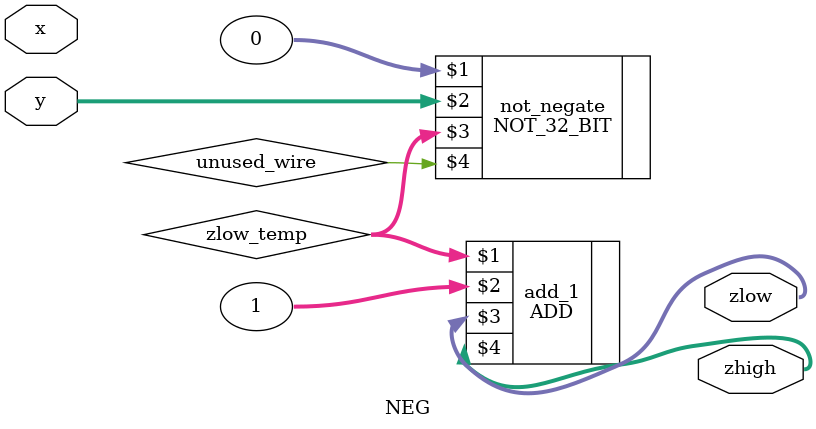
<source format=v>
module NEG(
 input [31:0] x, y,
 output wire[31:0] zlow, zhigh);
 
 reg [5:0] i;
 wire [31:0] zlow_temp, unusued_wire;
 
 NOT_32_BIT not_negate(0, y, zlow_temp, unused_wire);
 ADD add_1(zlow_temp, 1, zlow, zhigh);
 
endmodule

</source>
